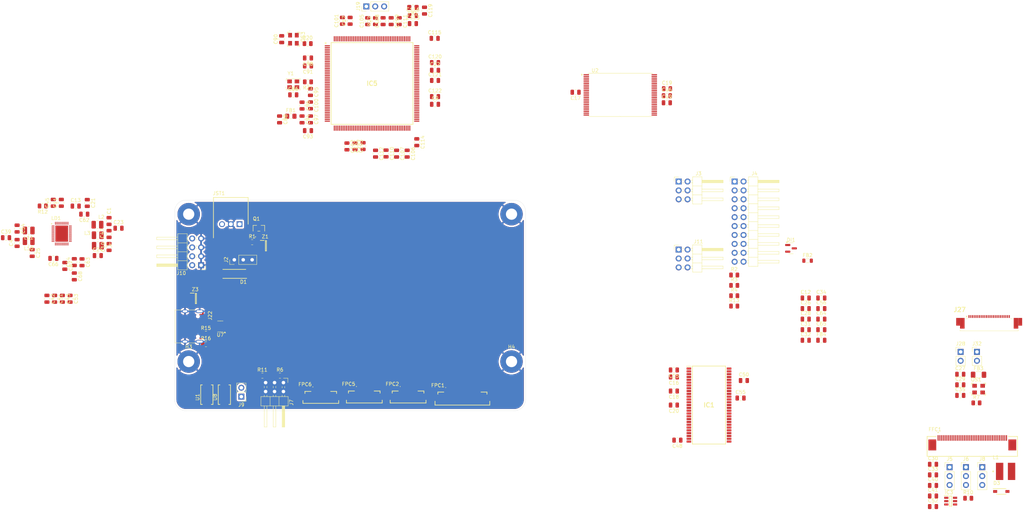
<source format=kicad_pcb>
(kicad_pcb (version 20240108) (generator "pcbnew") (generator_version "8.0")
  (layers (0 "F.Cu" signal) (1 "In1.Cu" signal) (2 "In2.Cu" signal) (31 "B.Cu" signal) (34 "B.Paste" user) (35 "F.Paste" user) (36 "B.SilkS" user "B.Silkscreen") (37 "F.SilkS" user "F.Silkscreen") (38 "B.Mask" user) (39 "F.Mask" user) (44 "Edge.Cuts" user))
  (net 0 "")
  (net 1 "GND")
  (net 2 "PWR_D+")
  (net 3 "1V5_BK2+")
  (net 4 "BK1+")
  (net 5 "SMPS_GND")
  (net 6 "3V3_BK4+")
  (net 7 "LD4+")
  (net 8 "USB_VBUS+")
  (net 9 "/Power_Management/VBUSOTG")
  (net 10 "/Camera_Interface/AVDD")
  (net 11 "2V8_LD5+")
  (net 12 "/LCD_Interface/LEDA")
  (net 13 "Net-(IC3-COMP)")
  (net 14 "/Power_Management/VREFDDR")
  (net 15 "/Power_Management/INTLDO")
  (net 16 "3V3_BK3+")
  (net 17 "1V8_LD3+")
  (net 18 "3V3_LD2+")
  (net 19 "BST_5V2+")
  (net 20 "LD1+")
  (net 21 "/Camera_Interface/RESETB")
  (net 22 "/Interface_Headers/USR_BTN_J")
  (net 23 "LD6+")
  (net 24 "AGND")
  (net 25 "/STM32H7S3I8T6/VDDA_FB")
  (net 26 "/STM32H7S3I8T6/VDD33USB")
  (net 27 "/STM32H7S3I8T6/USB_OTG_HS_VBUS_FR")
  (net 28 "/STM32H7S3I8T6/USB_OTG_HS_VBUS")
  (net 29 "Net-(D3-A)")
  (net 30 "/Camera_Interface/CAMERA_SCL")
  (net 31 "/Camera_Interface/CAMERA_SDA")
  (net 32 "/FMC_D5")
  (net 33 "/LCD_Interface/SPI_MISO NC")
  (net 34 "/FMC_D13")
  (net 35 "/FMC_D4")
  (net 36 "/LCD_Interface/LEDK")
  (net 37 "/LCD_Interface/YD")
  (net 38 "/FMC_NWE")
  (net 39 "/FMC_D8")
  (net 40 "/LCD_Interface/SPI_MOSI NC")
  (net 41 "/FMC_NOE")
  (net 42 "/LCD_Interface/IM1")
  (net 43 "/LCD_Interface/LCD_TE")
  (net 44 "/LCD_Interface/YU")
  (net 45 "/FMC_D14")
  (net 46 "/LCD_Interface/IM0")
  (net 47 "/FMC_D15")
  (net 48 "/FMC_D7")
  (net 49 "/LCD_Interface/XR")
  (net 50 "/FMC_NE1")
  (net 51 "/LCD_Interface/XL")
  (net 52 "/FMC_D3")
  (net 53 "/FMC_D12")
  (net 54 "/FMC_D0")
  (net 55 "/FMC_A0")
  (net 56 "/FMC_D11")
  (net 57 "/LCD_Interface/IM2")
  (net 58 "/FMC_D1")
  (net 59 "/FMC_D9")
  (net 60 "/FMC_D2")
  (net 61 "/FMC_D10")
  (net 62 "/FMC_D6")
  (net 63 "/SDMMC1_D1")
  (net 64 "/Interface_Headers/SDMMC1_CK")
  (net 65 "/SDMMC1_D3")
  (net 66 "/SDMMC1_D2")
  (net 67 "/SDMMC1_D0")
  (net 68 "/Interface_Headers/SDMMC1_CMD")
  (net 69 "/Interface_Headers/SPI_MOSI")
  (net 70 "/Interface_Headers/SPI_MISO")
  (net 71 "/Interface_Headers/SPI_CS")
  (net 72 "/Interface_Headers/SPI_CLK")
  (net 73 "/Interface_Headers/I2S2_CK")
  (net 74 "/Interface_Headers/I2S2_MCK")
  (net 75 "/Interface_Headers/I2S2_WS")
  (net 76 "/Interface_Headers/I2S2_SDI{slash}O")
  (net 77 "/Interface_Headers/I2S1_MCK")
  (net 78 "/Interface_Headers/I2S1_WS")
  (net 79 "/Interface_Headers/I2S1_SDI{slash}O")
  (net 80 "/Interface_Headers/I2S1_CK")
  (net 81 "/Memory/FMC_BA1")
  (net 82 "/FMC_A4")
  (net 83 "/FMC_A8")
  (net 84 "/FMC_A2")
  (net 85 "/FMC_A3")
  (net 86 "/Memory/FMC_BA0")
  (net 87 "/FMC_A11")
  (net 88 "/FMC_A12")
  (net 89 "/Memory/FMC_NBL1")
  (net 90 "/FMC_A9")
  (net 91 "/Memory/FMC_NBL0")
  (net 92 "/FMC_A6")
  (net 93 "/Memory/FMC_SDCLK")
  (net 94 "/Memory/FMC_SDNWE")
  (net 95 "/FMC_A7")
  (net 96 "/FMC_A5")
  (net 97 "/Memory/FMC_SDNE0")
  (net 98 "/Memory/FMC_SDNRAS")
  (net 99 "/FMC_A10")
  (net 100 "/Memory/FMC_SDNCAS")
  (net 102 "/FMC_A1")
  (net 103 "/Memory/FMC_SDCKE0")
  (net 104 "/LCD_Interface/LED_Driver_CTRL")
  (net 105 "/Memory/FMC_ALE")
  (net 106 "/STM32H7S3I8T6/PC14-OSC32_IN")
  (net 107 "/Camera_Interface/STROBE")
  (net 108 "/STM32H7S3I8T6/PH0-OSC_IN")
  (net 109 "/Interface_Headers/SWCLK")
  (net 110 "/Memory/FMC_INT")
  (net 111 "/Interface_Headers/I{slash}O_HDR3")
  (net 112 "/DCMIPP_D7")
  (net 113 "/STM32H7S3I8T6/PM0")
  (net 114 "/STM32H7S3I8T6/PM11")
  (net 115 "/Camera_Interface/DCMIPP_HSYNC")
  (net 116 "/STM32H7S3I8T6/PM3")
  (net 117 "/Interface_Headers/UART2_TX{slash}RX")
  (net 118 "/Camera_Interface/DCMIPP_PIXCLK")
  (net 119 "/DCMIPP_D4")
  (net 120 "/Camera_Interface/PWDN")
  (net 121 "/Interface_Headers/USR_BTN")
  (net 122 "/Camera_Interface/DCMIPP_VSYNC")
  (net 123 "/STM32H7S3I8T6/PP6")
  (net 124 "/STM32H7S3I8T6/PM12")
  (net 125 "/Interface_Headers/SWO")
  (net 126 "/STM32H7S3I8T6/BOOT0")
  (net 127 "/Interface_Headers/I{slash}O_HDR8")
  (net 128 "/Interface_Headers/SWDIO")
  (net 129 "/DCMIPP_D1")
  (net 130 "/DCMIPP_D0")
  (net 131 "/DCMIPP_D9")
  (net 132 "/Power_Management/PONKEYN")
  (net 133 "/Interface_Headers/I{slash}O_HDR1")
  (net 134 "/STM32H7S3I8T6/PH1-OSC_OUT")
  (net 135 "/Interface_Headers/I{slash}O_HDR9")
  (net 136 "/STM32H7S3I8T6/PP7")
  (net 137 "/Power_Management/PWRCTRL")
  (net 138 "/DCMIPP_D2")
  (net 139 "/STM32H7S3I8T6/PC15-OSC32_OUT")
  (net 140 "/DCMIPP_D3")
  (net 141 "/Memory/FMC_CLE")
  (net 142 "/Interface_Headers/I{slash}O_HDR4")
  (net 143 "/DCMIPP_D5")
  (net 144 "/Interface_Headers/I{slash}O_HDR5")
  (net 145 "/Power_Management/INTN")
  (net 146 "/Interface_Headers/I{slash}O_HDR2")
  (net 147 "/Interface_Headers/USB_D2+_DI")
  (net 148 "/STM32H7S3I8T6/PM9")
  (net 149 "/Interface_Headers/I{slash}O_HDR7")
  (net 150 "/DCMIPP_D6")
  (net 151 "/Interface_Headers/I{slash}O_HDR6")
  (net 152 "/Interface_Headers/I{slash}O_HDR0")
  (net 153 "/DCMIPP_D8")
  (net 154 "/STM32H7S3I8T6/PP5")
  (net 155 "/Interface_Headers/USB_D2-_DI")
  (net 156 "/STM32H7S3I8T6/PM8")
  (net 157 "/Interface_Headers/UART1_TX{slash}RX")
  (net 158 "/STM32H7S3I8T6/PM2")
  (net 159 "/Memory/FMC_NCE")
  (net 160 "/Power_Management/WAKEUP")
  (net 161 "/STM32H7S3I8T6/PM1")
  (net 162 "/Power_Management/PWR+_PP")
  (net 163 "Net-(J3-Pin_3)")
  (net 164 "Net-(J11-Pin_3)")
  (net 165 "/STM32H7S3I8T6/BOOT0J")
  (net 166 "/Interface_Headers/USB_D2-")
  (net 167 "/Interface_Headers/USB_D2+")
  (net 168 "Net-(J22-CC1)")
  (net 169 "/Camera_Interface/XCLK")
  (net 170 "/Camera_Interface/STROBE_J")
  (net 171 "/Camera_Interface/DVDD")
  (net 172 "/Power_Management/RST_PWR")
  (net 173 "/Power_Management/PWR+")
  (net 174 "/Power_Management/VLXBST")
  (net 175 "/Power_Management/VLX3")
  (net 176 "/Power_Management/VLX4")
  (net 177 "/Power_Management/VLX2")
  (net 178 "/Power_Management/VLX1")
  (net 182 "Net-(OS1-OUTPUT)")
  (net 183 "/Power_Management/MOSFET_PWR")
  (net 184 "Net-(Y1-OUTPUT)")
  (net 206 "Net-(OS3-OUTPUT)")
  (net 209 "Net-(J22-CC2)")
  (footprint "Capacitor_SMD:C_0805_2012Metric" (layer "F.Cu") (at 174.2 45.888)
    (property "Reference" "C121")
    (property "Value" "100n")
  )
  (footprint "Personal_Project:Oscillator_ECS327MVATX3CNTR" (layer "F.Cu") (at 329.115 133.855)
    (property "Reference" "OS1")
    (property "Value" "Oscillator_ECS-3225Q-33-240-BS-TR" (hide yes))
  )
  (footprint "Capacitor_SMD:C_0805_2012Metric" (layer "F.Cu") (at 81.3 89.65 -90)
    (property "Reference" "C47")
    (property "Value" "22u")
  )
  (footprint "Personal_Project:Diode_BZX84C6V2_SOT96P240X110-3N" (layer "F.Cu") (at 106.05 108.04)
    (property "Reference" "Z3")
    (property "Value" "Diode_BZX84C6V2-7-F" (hide yes))
  )
  (footprint "Capacitor_SMD:C_0805_2012Metric" (layer "F.Cu") (at 149.1 64.688 -90)
    (property "Reference" "C102")
    (property "Value" "100n")
  )
  (footprint "Capacitor_SMD:C_0805_2012Metric" (layer "F.Cu") (at 55.1 92.2 90)
    (property "Reference" "C4")
    (property "Value" "22u")
  )
  (footprint "Resistor_SMD:R_0805_2012Metric" (layer "F.Cu") (at 130 130)
    (property "Reference" "R6")
    (property "Value" "2k2")
  )
  (footprint "Capacitor_SMD:C_0805_2012Metric" (layer "F.Cu") (at 136.3 53.038 -90)
    (property "Reference" "C96")
    (property "Value" "1u")
  )
  (footprint "Capacitor_SMD:C_0805_2012Metric" (layer "F.Cu") (at 159.4 28.988 90)
    (property "Reference" "C108")
    (property "Value" "100n")
  )
  (footprint "Capacitor_SMD:C_0805_2012Metric" (layer "F.Cu") (at 171.2 25.988 -90)
    (property "Reference" "C119")
    (property "Value" "4u7")
  )
  (footprint "Capacitor_SMD:C_0805_2012Metric" (layer "F.Cu") (at 164 28.988 -90)
    (property "Reference" "C111")
    (property "Value" "1u")
  )
  (footprint "Resistor_SMD:R_0805_2012Metric_1" (layer "F.Cu") (at 137.9875 46.288 180)
    (property "Reference" "R21")
    (property "Value" "22R")
  )
  (footprint "Personal_Project:DO-214AC-2" (layer "F.Cu") (at 117 101 180)
    (property "Reference" "D1")
    (property "Value" "SMAJ6.0A" (hide yes))
  )
  (footprint "Inductor_SMD:L_1008_2520Metric" (layer "F.Cu") (at 58.4 91.7 180)
    (property "Reference" "L10")
    (property "Value" "1u DFE252012P-1R0M=P2")
  )
  (footprint "Connector_PinHeader_2.54mm:PinHeader_1x02_P2.54mm_Vertical" (layer "F.Cu") (at 323.99 123.24)
    (property "Reference" "J28")
    (property "Value" "Camera_STROBE")
  )
  (footprint "Inductor_SMD:L_1008_2520Metric" (layer "F.Cu") (at 58.4 88.65 180)
    (property "Reference" "L11")
    (property "Value" "1u DFE252012P-1R0M=P2")
  )
  (footprint "Capacitor_SMD:C_0805_2012Metric" (layer "F.Cu") (at 214.2625 49.25 180)
    (property "Reference" "C17")
    (property "Value" "100n")
  )
  (footprint "MountingHole:MountingHole_3.2mm_M3_Pad" (layer "F.Cu") (at 104 84)
    (property "Reference" "H1" (hide yes))
    (property "Value" "MountingHole_Pad")
  )
  (footprint "Personal_Project:QFP50P2600X2600X160-176N" (layer "F.Cu") (at 156.25 46.75)
    (property "Reference" "IC5")
    (property "Value" "STM32H7S3I8T6 LQFP 176" (hide yes))
  )
  (footprint "Connector_PinHeader_2.54mm:PinHeader_2x03_P2.54mm_Horizontal" (layer "F.Cu") (at 131 132 -90)
    (property "Reference" "J7")
    (property "Value" "I2C1_Headers")
  )
  (footprint "Capacitor_SMD:C_0805_2012Metric" (layer "F.Cu") (at 279.84 116.92)
    (property "Reference" "C31")
    (property "Value" "100n")
  )
  (footprint "Capacitor_SMD:C_0805_2012Metric" (layer "F.Cu") (at 284.29 113.91)
    (property "Reference" "C64")
    (property "Value" "1uF")
  )
  (footprint "Capacitor_SMD:C_0805_2012Metric" (layer "F.Cu") (at 71.4 101.725 -90)
    (property "Reference" "C68")
    (property "Value" "4u7")
  )
  (footprint "Personal_Project:Diode_BZX84C6V2_SOT96P240X110-3N" (layer "F.Cu") (at 126 93)
    (property "Reference" "Z1")
    (property "Value" "Diode_BZX84C6V2-7-F" (hide yes))
  )
  (footprint "Capacitor_SMD:C_0805_2012Metric" (layer "F.Cu") (at 279.84 110.9)
    (property "Reference" "C26")
    (property "Value" "100n")
  )
  (footprint "Connector_PinHeader_2.54mm:PinHeader_1x02_P2.54mm_Vertical" (layer "F.Cu") (at 119 136 180)
    (property "Reference" "J9")
    (property "Value" "User Button Jumper")
  )
  (footprint "Capacitor_SMD:C_0805_2012Metric" (layer "F.Cu") (at 63.6 108.1 -90)
    (property "Reference" "C42")
    (property "Value" "10u")
  )
  (footprint "Capacitor_SMD:C_0805_2012Metric" (layer "F.Cu") (at 157.25 66.75 -90)
    (property "Reference" "C112")
    (property "Value" "100n")
  )
  (footprint "Capacitor_SMD:C_0805_2012Metric" (layer "F.Cu") (at 284.29 110.9)
    (property "Reference" "C56")
    (property "Value" "100n")
  )
  (footprint "Capacitor_SMD:C_0805_2012Metric" (layer "F.Cu") (at 71.4 97.6625 90)
    (property "Reference" "C44")
    (property "Value" "1u")
  )
  (footprint "Personal_Project:Button_KMR231GLFS" (layer "F.Cu") (at 115.675 137.95 90)
    (property "Reference" "U8")
    (property "Value" "~")
  )
  (footprint "Capacitor_SMD:C_0805_2012Metric" (layer "F.Cu") (at 138.7 52.988 -90)
    (property "Reference" "C100")
    (property "Value" "100n")
  )
  (footprint "Resistor_SMD:R_0805_2012Metric" (layer "F.Cu") (at 108.9125 118.1)
    (property "Reference" "R15")
    (property "Value" "5k1")
  )
  (footprint "Capacitor_SMD:C_0805_2012Metric" (layer "F.Cu") (at 279.84 107.89)
    (property "Reference" "C12")
    (property "Value" "100n")
  )
  (footprint "Inductor_SMD:L_1008_2520Metric" (layer "F.Cu") (at 78.1 93)
    (property "Reference" "L4")
    (property "Value" "1u DFE252012P-1R0M=P2")
  )
  (footprint "Capacitor_SMD:C_0805_2012Metric" (layer "F.Cu") (at 65.4 80.7625 90)
    (property "Reference" "C45")
    (property "Value" "4u7")
  )
  (footprint "Capacitor_SMD:C_0805_2012Metric" (layer "F.Cu") (at 243.272 148.4 180)
    (property "Reference" "C48")
    (property "Value" "100n")
  )
  (footprint "Connector_PinHeader_2.54mm:PinHeader_1x03_P2.54mm_Vertical" (layer "F.Cu") (at 117 97 90)
    (property "Reference" "J2")
    (property "Value" "I2S_OR_LJ_OUT")
  )
  (footprint "Capacitor_SMD:C_0805_2012Metric" (layer "F.Cu") (at 147.8 28.888 90)
    (property "Reference" "C101")
    (property "Value" "100n")
  )
  (footprint "Capacitor_SMD:C_0805_2012Metric_Pad1.18x1.45mm_HandSolder" (layer "F.Cu") (at 133.1 56.088)
    (property "Reference" "FB1")
    (property "Value" "BLM21PG601SN1D_0805")
  )
  (footprint "Capacitor_SMD:C_0805_2012Metric" (layer "F.Cu") (at 174.2 40.788)
    (property "Reference" "C120")
    (property "Value" "100n")
  )
  (footprint "Capacitor_SMD:C_0805_2012Metric" (layer "F.Cu") (at 136.3 56.988 -90)
    (property "Reference" "C94")
    (property "Value" "1u")
  )
  (footprint "Capacitor_SMD:C_0805_2012Metric" (layer "F.Cu") (at 163.25 66.75 -90)
    (property "Reference" "C107")
    (property "Value" "100n")
  )
  (footprint "Capacitor_SMD:C_0805_2012Metric" (layer "F.Cu") (at 261.272 136.4)
    (property "Reference" "C55")
    (property "Value" "100n")
  )
  (footprint "Capacitor_SMD:C_0805_2012Metric" (layer "F.Cu") (at 174.2 52.688)
    (property "Reference" "C9")
    (property "Value" "4u7")
  )
  (footprint "Capacitor_SMD:C_0805_2012Metric" (layer "F.Cu") (at 279.84 119.93)
    (property "Reference" "C32")
    (property "Value" "100n")
  )
  (footprint "Connector_PinHeader_2.54mm:PinHeader_1x03_P2.54mm_Vertical" (layer "F.Cu") (at 330.15 156.1)
    (property "Reference" "J8")
    (property "Value" "IM0_Jumper")
  )
  (footprint "Personal_Project:SDRAM_IS42S16320F-6TL" (layer "F.Cu") (at 252.272 138.4)
    (property "Reference" "IC1")
    (property "Value" "SDRAM_IS42S16320F-7TL" (hide yes))
  )
  (footprint "Capacitor_SMD:C_0805_2012Metric" (layer "F.Cu") (at 67.7 80.7625 90)
    (property "Reference" "C11")
    (property "Value" "4u7")
  )
  (footprint "Inductor_SMD:L_1008_2520Metric" (layer "F.Cu") (at 78 87)
    (property "Reference" "L2")
    (property "Value" "1u DFE252012P-1R0M=P2")
  )
  (footprint "Capacitor_SMD:C_0805_2012Metric" (layer "F.Cu") (at 323.89 129.62)
    (property "Reference" "C27")
    (property "Value" "100n")
  )
  (footprint "Capacitor_SMD:C_0805_2012Metric" (layer "F.Cu") (at 73.6 97.7 -90)
    (property "Reference" "C63")
    (property "Value" "4u7")
  )
  (footprint "Capacitor_SMD:C_0805_2012Metric" (layer "F.Cu") (at 262.222 131.4)
    (property "Reference" "C50")
    (property "Value" "100n")
  )
  (footprint "Personal_Project:FPC_0545481072" (layer "F.Cu") (at 141.65 135.8)
    (property "Reference" "FPC6")
    (property "Value" "FPC_0545481072" (hide yes))
  )
  (footprint "Capacitor_SMD:C_0805_2012Metric" (layer "F.Cu") (at 240.2625 50.25)
    (property "Reference" "C46")
    (property "Value" "100n")
  )
  (footprint "Capacitor_SMD:C_0805_2012Metric" (layer "F.Cu") (at 51.95 90.7)
    (property "Reference" "C39")
    (property "Value" "10u")
  )
  (footprint "Personal_Project:NAND_MT29F2G16ABAEAWP-AITE_TSOP-I-48_18.4x12mm_P0.5mmNA" (layer "F.Cu") (at 227 50)
    (property "Reference" "U2")
    (property "Value" "NAND_MT29F2G16ABAEAWP-AITE")
  )
  (footprint "Connector_PinHeader_2.54mm:PinHeader_2x03_P2.54mm_Horizontal" (layer "F.Cu") (at 243.63 74.69)
    (property "Reference" "J3")
    (property "Value" "UART2_HDR")
  )
  (footprint "Resistor_SMD:R_0805_2012Metric" (layer "F.Cu") (at 125 130)
    (property "Reference" "R11")
    (property "Value" "2k2")
  )
  (footprint "Capacitor_SMD:C_0805_2012Metric" (layer "F.Cu") (at 138.7 49.188 -90)
    (property "Reference" "C95")
    (property "Value" "100n")
  )
  (footprint "Capacitor_SMD:C_0805_2012Metric" (layer "F.Cu") (at 78.1 95.8)
    (property "Reference" "C24")
    (property "Value" "10u")
  )
  (footprint "Capacitor_SMD:C_0805_2012Metric" (layer "F.Cu") (at 174.1 33.888)
    (property "Reference" "C115")
    (property "Value" "100n")
  )
  (footprint "Capacitor_SMD:C_0805_2012Metric" (layer "F.Cu") (at 138 41.75 180)
    (property "Reference" "C91")
    (property "Value" "100n")
  )
  (footprint "Personal_Project:LEDDriver_TPS61165DBVR_SOT95P280X145-6N" (layer "F.Cu") (at 321.15 165.775)
    (property "Reference" "IC3")
    (property "Value" "LED_Driver_TPS61165DBVR" (hide yes))
  )
  (footprint "Capacitor_SMD:C_0805_2012Metric" (layer "F.Cu") (at 316.12 155.28)
    (property "Reference" "C30")
    (property "Value" "1u")
  )
  (footprint "Resistor_SMD:R_1206_3216Metric_Pad1.30x1.75mm_HandSolder" (layer "F.Cu") (at 329.09 129.76)
    (property "Reference" "FB3")
    (property "Value" "BLM31PG601SN1L")
  )
  (footprint "Capacitor_SMD:C_0805_2012Metric" (layer "F.Cu") (at 75.1 80.8 -90)
    (property "Reference" "C21")
    (property "Value" "4u7")
  )
  (footprint "Personal_Project:Oscillator_ASE50000MHZLRT" (layer "F.Cu") (at 133.8 46.988)
    (property "Reference" "Y1")
    (property "Value" "Oscillator_ASE-50.000MHZ-L-R-T" (hide yes))
  )
  (footprint "Capacitor_SMD:C_0805_2012Metric" (layer "F.Cu") (at 138 39.488 180)
    (property "Reference" "C98")
    (property "Value" "100n")
  )
  (footprint "Resistor_SMD:R_0805_2012Metric_1" (layer "F.Cu") (at 326.15 164.95)
    (property "Reference" "R10")
    (property "Value" "1R8")
  )
  (footprint "Capacitor_SMD:C_0805_2012Metric" (layer "F.Cu") (at 151.4 64.638 -90)
    (property "Reference" "C103")
    (property "Value" "100n")
  )
  (footprint "Capacitor_SMD:C_0805_2012Metric" (layer "F.Cu") (at 242.272 130.4 180)
    (property "Reference" "C16")
    (property "Value" "100n")
  )
  (footprint "Capacitor_SMD:C_0805_2012Metric" (layer "F.Cu") (at 240.2625 52.25)
    (property "Reference" "C49")
    (property "Value" "100n")
  )
  (footprint "Capacitor_SMD:C_0805_2012Metric" (layer "F.Cu") (at 59.4 95.05 -90)
    (property "Reference" "C25")
    (property "Value" "10u")
  )
  (footprint "Capacitor_SMD:C_0805_2012Metric_Pad1.18x1.45mm_HandSolder" (layer "F.Cu") (at 167.9 25.088 180)
    (property "Reference" "FB5")
    (property "Value" "BEAD(FCM1608KF-601T03)_600Ohm@100MHz1")
  )
  (footprint "MountingHole:MountingHole_3.2mm_M3_Pad" (layer "F.Cu") (at 196 126)
    (property "Reference" "H4")
    (property "Value" "MountingHole_Pad")
  )
  (footprint "Resistor_SMD:R_0805_2012Metric_1" (layer "F.Cu") (at 137.9 35.388)
    (property "Reference" "R20")
    (property "Value" "22R")
  )
  (footprint "Personal_Project:Molex-52437-2471" (layer "F.Cu") (at 332.115 116.315)
    (property "Reference" "J27")
    (property "Value" "Molex-52437-2471" (hide yes))
  )
  (footprint "Capacitor_SMD:C_0805_2012Metric" (layer "F.Cu") (at 316.12 158.29)
    (property "Reference" "C33")
    (property "Value" "4u7")
  )
  (footprint "Personal_Project:FPC_0545481072" (layer "F.Cu") (at 166.525 135.7)
    (property "Reference" "FPC2")
    (property "Value" "FPC_0545481072" (hide yes))
  )
  (footprint "Connector_PinHeader_2.54mm:PinHeader_2x03_P2.54mm_Horizontal" (layer "F.Cu") (at 243.63 94.09)
    (property "Reference" "J11")
    (property "Value" "UART1_HDR")
  )
  (footprint "Capacitor_SMD:C_0805_2012Metric" (layer "F.Cu") (at 242.272 138.4 180)
    (property "Reference" "C20")
    (property "Value" "100n")
  )
  (footprint "Resistor_SMD:R_0805_2012Metric" (layer "F.Cu") (at 259.46 101.34)
    (property "Reference" "R2")
    (property "Value" "10k")
  )
  (footprint "Capacitor_SMD:C_0805_2012Metric" (layer "F.Cu") (at 65.4375 96.6 180)
    (property "Reference" "C66")
    (property "Value" "1u")
  )
  (footprint "Capacitor_SMD:C_0805_2012Metric" (layer "F.Cu") (at 174.2 50.488)
    (property "Reference" "C122")
    (property "Value" "100n")
  )
  (footprint "Capacitor_SMD:C_0805_2012Metric" (layer "F.Cu") (at 161.7 28.988 -90)
    (property "Reference" "C109")
    (property "Value" "100n")
  )
  (footprint "Capacitor_SMD:C_0805_2012Metric" (layer "F.Cu") (at 316.12 164.31)
    (property "Reference" "C41")
    (property "Value" "100n")
  )
  (footprint "Capacitor_SMD:C_0805_2012Metric" (layer "F.Cu") (at 70.2 108.1 -90)
    (property "Reference" "C53")
    (property "Value" "4u7")
  )
  (footprint "Connector_PinHeader_2.54mm:PinHeader_1x02_P2.54mm_Vertical" (layer "F.Cu") (at 328.64 123.24)
    (property "Reference" "J32")
    (property "Value" "1.5V_Option_Header")
  )
  (footprint "MountingHole:MountingHole_3.2mm_M3_Pad" (layer "F.Cu") (at 104 126)
    (property "Reference" "H3")
    (property "Value" "MountingHole_Pad")
  )
  (footprint "Capacitor_SMD:C_0805_2012Metric" (layer "F.Cu") (at 65.8 108.1 -90)
    (property "Reference" "C51")
    (property "Value" "10u")
  )
  (footprint "Capacitor_SMD:C_0805_2012Metric" (layer "F.Cu") (at 74.2375 84 180)
    (property "Reference" "C62")
    (property "Value" "22u")
  )
  (footprint "Capacitor_SMD:C_0805_2012Metric" (layer "F.Cu") (at 284.29 107.89)
    (property "Reference" "C34")
    (property "Value" "4u7")
  )
  (footprint "Inductor_SMD:L_0805_2012Metric" (layer "F.Cu") (at 280.37 97.26)
    (property "Reference" "FB2")
    (property "Value" "2508051217Y3 0805 (2012 Metric)")
  )
  (footprint "Package_TO_SOT_SMD:SOT-23" (layer "F.Cu") (at 275.65 93.735)
    (property "Reference" "DI1")
    (property "Value" "Diode_PESD5V0U2BT-Q")
  )
  (footprint "Capacitor_SMD:C_0805_2012Metric" (layer "F.Cu") (at 240.3125 48.25)
    (property "Reference" "C19")
    (property "Value" "100n")
  )
  (footprint "Capacitor_SMD:C_0805_2012Metric" (layer "F.Cu") (at 174.2 42.988)
    (property "Reference" "C22")
    (property "Value" "4u7")
  )
  (footprint "MountingHole:MountingHole_3.2mm_M3_Pad" (layer "F.Cu") (at 196 84)
    (property "Reference" "H2" (hide yes))
    (property "Value" "MountingHole_Pad")
  )
  (footprint "Resistor_SMD:R_0805_2012Metric" (layer "F.Cu") (at 259.46 110.19)
    (property "Reference" "R13")
    (property "Value" "10k")
  )
  (footprint "Capacitor_SMD:C_0805_2012Metric" (layer "F.Cu") (at 84 88)
    (property "Reference" "C23")
    (property "Value" "10u")
  )
  (footprint "Connector_PinHeader_2.54mm:PinHeader_2x04_P2.54mm_Horizontal" (layer "F.Cu") (at 107.54 98.54 180)
    (property "Reference" "J10")
    (property "Value" "SWDB")
  )
  (footprint "Resistor_SMD:R_0805_2012Metric" (layer "F.Cu") (at 259.46 104.29)
    (property "Reference" "R3")
    (property "Value" "33R")
  )
  (footprint "Capacitor_SMD:C_0805_2012Metric" (layer "F.Cu") (at 130.5 34.1255 90)
    (property "Reference" "C90")
    (property "Value" "10n")
  )
  (footprint "Personal_Project:Oscillator_ECS327MVATX3CNTR" (layer "F.Cu") (at 133.85 34.138 -90)
    (property "Reference" "OS3")
    (property "Value" "Oscillator_ECS-327MVATX-3-CN-TR" (hide yes))
  )
  (footprint "Personal_Project:FPC_0545481072" (layer "F.Cu") (at 154.05 135.7)
    (property "Reference" "FPC5")
    (property "Value" "FPC_0545481072" (hide yes))
  )
  (footprint "Capacitor_SMD:C_0805_2012Metric" (layer "F.Cu") (at 81.3 85.95 90)
    (property "Reference" "C1")
    (property "Value" "10u")
  )
  (footprint "Capacitor_SMD:C_0805_2012Metric" (layer "F.Cu") (at 284.29 119.93)
    (property "Reference" "FB4")
    (property "Value" "Part # MI0805K601R-10")
  )
  (footprint "Personal_Project:FFC_ZF5S-40-02-T-WT" (layer "F.Cu") (at 327.315 149.755)
    (property "Reference" "FFC1")
    (property "Value" "FFC_ZF5S-40-02-T-WT")
  )
  (footprint "Personal_Project:WFQFN-44L_QFN40P500X600X80-45N-D" (layer "F.Cu") (at 67.8 89.55)
    (property "Reference" "LD1")
    (property "Value" "LDO_STPMIC1BPQR" (hide yes))
  )
  (footprint "Capacitor_SMD:C_0805_2012Metric" (layer "F.Cu") (at 279.84 113.91)
    (property "Reference" "C28")
    (property "Value" "100n")
  )
  (footprint "Capacitor_SMD:C_0805_2012Metric" (layer "F.Cu") (at 71.8 81.7)
    (property "Reference" "C13")
    (property "Value" "4u7")
  )
  (footprint "Personal_Project:FPC_0545482072" (layer "F.Cu") (at 182 136)
    (property "Reference" "FPC1")
    (property "Value" "FPC_0545482072" (hide yes))
  )
  (footprint "Personal_Project:MOSFET_ SI2333DDS_SOT_DS-T1-BE3_VIS" (layer "F.Cu") (at 124 88.016)
    (property "Reference" "Q1")
    (property "Value" "MOSFET_SI2333DDS-T1-BE3")
  )
  (footprint "Capacitor_SMD:C_0805_2012Metric" (layer "F.Cu") (at 150 28.888 90)
    (property "Reference" "C57")
    (property "Value" "4u7")
  )
  (footprint "Connector_PinHeader_2.54mm:PinHeader_1x03_P2.54mm_Vertical" (layer "F.Cu") (at 154.62 24.788 90)
    (property "Reference" "J19")
    (property "Value" "BOOT0_Jumper")
  )
  (footprint "Capacitor_SMD:C_0805_2012Metric" (layer "F.Cu") (at 68.7 98.7375 -90)
    (property "Reference" "C67")
    (property "Value" "4u7")
  )
  (footprint "Connector_USB:USB_C_Receptacle_HRO_TYPE-C-31-M-12" (layer "F.Cu") (at 104 116 -90)
    (property "Reference" "J22")
    (property "Value" "USB_C_Receptacle_USB2.0_16P")
  )
  (footprint "Capacitor_SMD:C_0805_2012Metric" (layer "F.Cu") (at 167.9 27.388)
    (property "Reference" "C116")
    (property "Value" "1u")
  )
  (footprint "Personal_Project:MBR0540T3G_SOD3716X135N" (layer "F.Cu") (at 335.575 163.02)
    (property "Reference" "D3")
    (property "Value" "MBR0540T1G" (hide yes))
  )
  (footprint "Connector_PinHeader_2.54mm:PinHeader_1x03_P2.54mm_Vertical" (layer "F.Cu") (at 320.85 156.1)
    (property "Reference" "J5")
    (property "Value" "IM2_Jumper")
  )
  (footprint "Capacitor_SMD:C_0805_2012Metric" (layer "F.Cu") (at 55.1 88.1 -90)
    (property "Reference" "C54")
    (property "Value" "22u")
  )
  (footprint "Capacitor_SMD:C_0805_2012Metric" (layer "F.Cu") (at 323.89 132.63)
    (property "Reference" "C29")
    (property "Value" "100n")
  )
  (footprint "Capacitor_SMD:C_0805_2012Metric" (layer "F.Cu") (at 81.3 93.35 90)
    (property "Reference" "C10")
    (property "Value" "22u")
  )
  (footprint "Capacitor_SMD:C_0805_2012Metric" (layer "F.Cu") (at 138 60.188 180)
    (property "Reference" "C93")
    (property "Value" "100n")
  )
  (footprint "Personal_Project:Inductor_VLCF5020" (layer "F.Cu") (at 336.8 157.3)
    (property "Reference" "L1")
    (property "Value" "Inductor_VLCF5020T-100M1R1-1" (hide yes))
  )
  (footprint "Capacitor_SMD:C_0805_2012Metric" (layer "F.Cu") (at 242.272 134.4 180)
    (property "Reference" "C18")
    (property "Value" "100n")
  )
  (footprint "Personal_Project:JST_S3B-XH-SHDRRA3W64P0X250_1X3_990X1150X610P" (layer "F.Cu") (at 118.5 86.85)
    (property "Reference" "JST1")
    (property "Value" "JST_S3B-XH-2.54" (hide yes))
  )
  (footprint "Capacitor_SMD:C_0805_2012Metric" (layer "F.Cu") (at 153.7 64.588 90)
    (property "Reference" "C104")
    (property "Value" "4u7")
  )
  (footprint "Capacitor_SMD:C_0805_2012Metric" (layer "F.Cu") (at 129.9 56.988 -90)
    (property "Reference" "C88")
    (property "Value" "4u7")
  )
  (footprint "Capacitor_SMD:C_0805_2012Metric" (layer "F.Cu") (at 242.272 128.4 180)
    (property "Reference" "C15")
    (property "Value" "100n")
  )
  (footprint "Resistor_SMD:R_0805_2012Metric" (layer "F.Cu") (at 62.4 81.6625 180)
    (property "Reference" "R12")
    (property "Value" "10k")
  )
  (footprint "Capacitor_SMD:C_0805_2012Metric" (layer "F.Cu") (at 169 63.488 -90)
    (property "Reference" "C114")
    (property "Value" "100n")
  )
  (footprint "Capacitor_SMD:C_0805_2012Metric" (layer "F.Cu") (at 160.25 66.7 -90)
    (property "Reference" "C110")
    (property "Value" "100n")
  )
  (footprint "Capacitor_SMD:C_0805_2012Metric" (layer "F.Cu") (at 68 108.1 -90)
    (property "Reference" "C43")
    (property "Value" "1u")
  )
  (footprint "Resistor_SMD:R_0805_2012Metric_1" (layer "F.Cu") (at 328.49 137.78)
    (property "Reference" "R7")
    (property "Value" "0R")
  )
  (footprint "Capacitor_SMD:C_0805_2012Metric" (layer "F.Cu") (at 316.12 167.32)
    (property "Reference" "C52")
    (property "Value" "4u7")
  )
  (footprint "Capacitor_SMD:C_0805_2012Metric" (layer "F.Cu") (at 167.9 29.688)
    (property "Reference" "C113")
    (property "Value" "100n")
  )
  (footprint "Capacitor_SMD:C_0805_2012Metric" (layer "F.Cu") (at 166.26 66.75 -90)
    (property "Reference" "C106")
    (property "Value" "100n")
  )
  (footprint "Package_TO_SOT_SMD:SOT-23-6" (layer "F.Cu") (at 113 116 180)
    (property "Reference" "U7")
    (property "Value" "USBLC6-2SC6")
  )
  (footprint "Resistor_SMD:R_0805_2012Metric" (layer "F.Cu") (at 259.46 107.24)
    (property "Reference" "R4")
    (property "Value" "33R")
  )
  (footprint "Capacitor_SMD:C_0805_2012Metric" (layer "F.Cu") (at 284.29 116.92)
    (property "Reference" "C65")
    (property "Value" "1uF")
  )
  (footprint "Capacitor_SMD:C_0805_2012Metric" (layer "F.Cu") (at 133.8 49.988)
    (property "Reference" "C86")
    (property "Value" "10n")
  )
  (footprint "Connector_PinHeader_2.54mm:PinHeader_1x03_P2.54mm_Vertical" (layer "F.Cu") (at 325.5 156.1)
    (property "Reference" "J6")
    (property "Value" "IM1_Jumper")
  )
  (footprint "Personal_Project:Button_KMR231GLFS" (layer "F.Cu") (at 110.675 137.95 90)
    (property "Reference" "U1")
    (property "Value" "~")
  )
  (footprint "Capacitor_SMD:C_0805_2012Metric" (layer "F.Cu") (at 138.7 56.988 -90)
    (property "Reference" "C97")
    (property "Value" "100n")
  )
  (footprint "Connector_PinHeader_2.54mm:PinHeader_2x10_P2.54mm_Horizontal" (layer "F.Cu") (at 259.58 74.69)
    (property "Reference" "J4")
    (property "Value" "I/O_HDR1")
  )
  (footprint "Capacitor_SMD:C_0805_2012Metric" (layer "F.Cu") (at 316.12 161.3)
    (property "Reference" "C40")
    (property "Value" "220n")
  )
  (footprint "Capacitor_SMD:C_0805_2012Metric" (layer "F.Cu") (at 155 28.988 90)
    (property "Reference" "C105")
    (property "Value" "100n")
  )
  (footprint "Inductor_SMD:L_1008_2520Metric" (layer "F.Cu") (at 78.075 90)
    (property "Reference" "L3")
    (property "Value" "1u DFE252012P-1R0M=P2")
  )
  (footprint "Capacitor_SMD:C_0805_2012Metric" (layer "F.Cu") (at 323.89 135.64)
    (property "Reference" "C35")
    (property "Value" "10n")
  )
  (footprint "Resistor_SMD:R_0805_2012Metric" (layer "F.Cu") (at 108.9125 121.05)
    (property "Reference" "R16")
    (property "Value" "5k1")
  )
  (footprint "Resistor_SMD:R_0805_2012Metric" (layer "F.Cu") (at 122.0875 92)
    (property "Reference" "R1")
    (property "Value" "100k")
  )
  (footprint "Resistor_SMD:R_0805_2012Metric_1" (layer "F.Cu") (at 157.2 28.988 90)
    (property "Reference" "R22")
    (property "Value" "1k")
  )
  (gr_arc (start 103.200001 140) (mid 100.937259 139.062742) (end 100.000001 136.8) (stroke (width 0.05)) (layer "Edge.Cuts"))
  (gr_arc (start 100 83.2) (mid 100.937258 80.937258) (end 103.2 80) (stroke (width 0.05)) (layer "Edge.Cuts"))
  (gr_line (start 200.000001 136.8) (end 200 83.2) (stroke (width 0.05)) (layer "Edge.Cuts"))
  (gr_line (start 196.800001 140) (end 103.200001 140) (stroke (width 0.05)) (layer "Edge.Cuts"))
  (gr_arc (start 200.000001 136.8) (mid 199.062743 139.062742) (end 196.800001 140) (stroke (width 0.05)) (layer "Edge.Cuts"))
  (gr_line (start 196.8 80) (end 103.2 80) (stroke (width 0.05)) (layer "Edge.Cuts"))
  (gr_arc (start 196.8 80) (mid 199.062742 80.937258) (end 200 83.2) (stroke (width 0.05)) (layer "Edge.Cuts"))
  (gr_line (start 100 83.2) (end 100.000001 136.8) (stroke (width 0.05)) (layer "Edge.Cuts"))
  (zone (net 1) (net_name "GND") (layers "F.Cu" "In1.Cu" "In2.Cu" "B.Cu") (connect_pads (clearance 0.5)) (min_thickness 0.25) (fill yes (thermal_gap 0.5) (thermal_bridge_width 0.5))
    (polygon (pts (xy 100 80) (xy 200 80) (xy 200 140) (xy 100 140)))
  )
)
</source>
